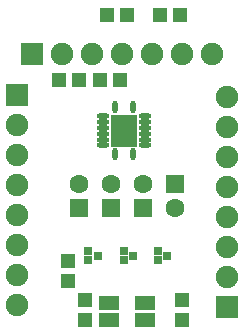
<source format=gts>
G04 DipTrace 3.1.0.0*
G04 MSP430FR2311Breakout.gts*
%MOIN*%
G04 #@! TF.FileFunction,Soldermask,Top*
G04 #@! TF.Part,Single*
%ADD35R,0.088709X0.108394*%
%ADD37O,0.019811X0.041465*%
%ADD39O,0.041465X0.019811*%
%ADD41R,0.027685X0.027685*%
%ADD43R,0.04737X0.051307*%
%ADD45R,0.067055X0.051307*%
%ADD47C,0.063118*%
%ADD49R,0.063118X0.063118*%
%ADD51C,0.074929*%
%ADD53R,0.074929X0.074929*%
%ADD55R,0.051307X0.04737*%
%FSLAX26Y26*%
G04*
G70*
G90*
G75*
G01*
G04 TopMask*
%LPD*%
D55*
X675251Y1244000D3*
X608322D3*
X744000D3*
X810929D3*
X944058Y1462862D3*
X1010987D3*
D53*
X519000Y1331500D3*
D51*
X619000D3*
X719000D3*
X819000D3*
X919000D3*
X1019000D3*
X1119000D3*
D53*
X469000Y1194000D3*
D51*
Y1094000D3*
Y994000D3*
Y894000D3*
Y794000D3*
Y694000D3*
Y594000D3*
Y494000D3*
D53*
X1169000Y487749D3*
D51*
Y587749D3*
Y687749D3*
Y787749D3*
Y887749D3*
Y987749D3*
Y1087749D3*
Y1187749D3*
D49*
X887751Y819000D3*
D47*
Y897740D3*
D49*
X781500Y819000D3*
D47*
Y897740D3*
D49*
X675249Y819000D3*
D47*
Y897740D3*
D49*
X994000D3*
D47*
Y819000D3*
D45*
X894000Y444000D3*
Y503055D3*
X775890Y444000D3*
Y503055D3*
D43*
X1019000Y512751D3*
Y445822D3*
X694000Y444000D3*
Y510929D3*
X637751Y575249D3*
Y642178D3*
D55*
X835969Y1462862D3*
X769039D3*
D41*
X937751Y675249D3*
Y643753D3*
X969312Y659442D3*
X825249Y675249D3*
Y643753D3*
X856811Y659442D3*
X706500Y675249D3*
Y643753D3*
X738062Y659442D3*
D39*
X756500Y1125250D3*
Y1105565D3*
Y1085880D3*
Y1066195D3*
Y1046510D3*
Y1026823D3*
D37*
X795870Y997296D3*
X854925D3*
D39*
X894295Y1026823D3*
Y1046510D3*
Y1066195D3*
Y1085880D3*
Y1105565D3*
Y1125250D3*
D37*
X854925Y1154776D3*
X795870D3*
D35*
X825398Y1076037D3*
M02*

</source>
